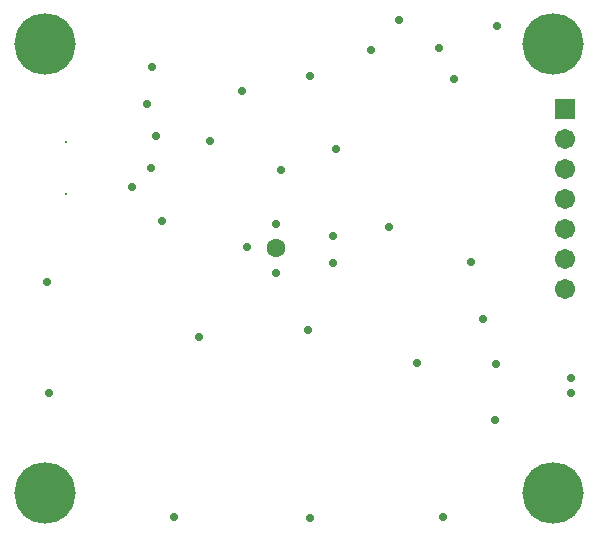
<source format=gbs>
%FSLAX43Y43*%
%MOMM*%
G71*
G01*
G75*
G04 Layer_Color=16711935*
G04:AMPARAMS|DCode=10|XSize=1mm|YSize=0.8mm|CornerRadius=0.12mm|HoleSize=0mm|Usage=FLASHONLY|Rotation=270.000|XOffset=0mm|YOffset=0mm|HoleType=Round|Shape=RoundedRectangle|*
%AMROUNDEDRECTD10*
21,1,1.000,0.560,0,0,270.0*
21,1,0.760,0.800,0,0,270.0*
1,1,0.240,-0.280,-0.380*
1,1,0.240,-0.280,0.380*
1,1,0.240,0.280,0.380*
1,1,0.240,0.280,-0.380*
%
%ADD10ROUNDEDRECTD10*%
G04:AMPARAMS|DCode=11|XSize=1mm|YSize=0.8mm|CornerRadius=0.12mm|HoleSize=0mm|Usage=FLASHONLY|Rotation=0.000|XOffset=0mm|YOffset=0mm|HoleType=Round|Shape=RoundedRectangle|*
%AMROUNDEDRECTD11*
21,1,1.000,0.560,0,0,0.0*
21,1,0.760,0.800,0,0,0.0*
1,1,0.240,0.380,-0.280*
1,1,0.240,-0.380,-0.280*
1,1,0.240,-0.380,0.280*
1,1,0.240,0.380,0.280*
%
%ADD11ROUNDEDRECTD11*%
%ADD12R,1.100X0.550*%
%ADD13R,0.550X1.100*%
G04:AMPARAMS|DCode=14|XSize=0.8mm|YSize=3mm|CornerRadius=0.08mm|HoleSize=0mm|Usage=FLASHONLY|Rotation=270.000|XOffset=0mm|YOffset=0mm|HoleType=Round|Shape=RoundedRectangle|*
%AMROUNDEDRECTD14*
21,1,0.800,2.840,0,0,270.0*
21,1,0.640,3.000,0,0,270.0*
1,1,0.160,-1.420,-0.320*
1,1,0.160,-1.420,0.320*
1,1,0.160,1.420,0.320*
1,1,0.160,1.420,-0.320*
%
%ADD14ROUNDEDRECTD14*%
%ADD15R,1.100X0.850*%
G04:AMPARAMS|DCode=16|XSize=2.1mm|YSize=3mm|CornerRadius=0.21mm|HoleSize=0mm|Usage=FLASHONLY|Rotation=270.000|XOffset=0mm|YOffset=0mm|HoleType=Round|Shape=RoundedRectangle|*
%AMROUNDEDRECTD16*
21,1,2.100,2.580,0,0,270.0*
21,1,1.680,3.000,0,0,270.0*
1,1,0.420,-1.290,-0.840*
1,1,0.420,-1.290,0.840*
1,1,0.420,1.290,0.840*
1,1,0.420,1.290,-0.840*
%
%ADD16ROUNDEDRECTD16*%
%ADD17R,3.000X0.800*%
G04:AMPARAMS|DCode=18|XSize=1.8mm|YSize=0.8mm|CornerRadius=0.08mm|HoleSize=0mm|Usage=FLASHONLY|Rotation=180.000|XOffset=0mm|YOffset=0mm|HoleType=Round|Shape=RoundedRectangle|*
%AMROUNDEDRECTD18*
21,1,1.800,0.640,0,0,180.0*
21,1,1.640,0.800,0,0,180.0*
1,1,0.160,-0.820,0.320*
1,1,0.160,0.820,0.320*
1,1,0.160,0.820,-0.320*
1,1,0.160,-0.820,-0.320*
%
%ADD18ROUNDEDRECTD18*%
%ADD19R,4.000X0.500*%
%ADD20R,3.500X2.700*%
%ADD21R,5.000X2.700*%
%ADD22C,0.300*%
%ADD23C,0.200*%
%ADD24C,0.500*%
%ADD25C,5.000*%
%ADD26C,1.500*%
%ADD27C,1.500*%
%ADD28R,1.500X1.500*%
%ADD29C,2.000*%
%ADD30C,0.900*%
%ADD31C,1.400*%
%ADD32C,0.254*%
%ADD33C,0.100*%
%ADD34C,0.152*%
%ADD35C,0.051*%
%ADD36C,0.150*%
%ADD37C,1.000*%
G04:AMPARAMS|DCode=38|XSize=1.203mm|YSize=1.003mm|CornerRadius=0.222mm|HoleSize=0mm|Usage=FLASHONLY|Rotation=270.000|XOffset=0mm|YOffset=0mm|HoleType=Round|Shape=RoundedRectangle|*
%AMROUNDEDRECTD38*
21,1,1.203,0.560,0,0,270.0*
21,1,0.760,1.003,0,0,270.0*
1,1,0.443,-0.280,-0.380*
1,1,0.443,-0.280,0.380*
1,1,0.443,0.280,0.380*
1,1,0.443,0.280,-0.380*
%
%ADD38ROUNDEDRECTD38*%
G04:AMPARAMS|DCode=39|XSize=1.203mm|YSize=1.003mm|CornerRadius=0.222mm|HoleSize=0mm|Usage=FLASHONLY|Rotation=0.000|XOffset=0mm|YOffset=0mm|HoleType=Round|Shape=RoundedRectangle|*
%AMROUNDEDRECTD39*
21,1,1.203,0.560,0,0,0.0*
21,1,0.760,1.003,0,0,0.0*
1,1,0.443,0.380,-0.280*
1,1,0.443,-0.380,-0.280*
1,1,0.443,-0.380,0.280*
1,1,0.443,0.380,0.280*
%
%ADD39ROUNDEDRECTD39*%
%ADD40R,1.303X0.753*%
%ADD41R,0.753X1.303*%
G04:AMPARAMS|DCode=42|XSize=1.003mm|YSize=3.203mm|CornerRadius=0.182mm|HoleSize=0mm|Usage=FLASHONLY|Rotation=270.000|XOffset=0mm|YOffset=0mm|HoleType=Round|Shape=RoundedRectangle|*
%AMROUNDEDRECTD42*
21,1,1.003,2.840,0,0,270.0*
21,1,0.640,3.203,0,0,270.0*
1,1,0.363,-1.420,-0.320*
1,1,0.363,-1.420,0.320*
1,1,0.363,1.420,0.320*
1,1,0.363,1.420,-0.320*
%
%ADD42ROUNDEDRECTD42*%
%ADD43R,1.303X1.053*%
G04:AMPARAMS|DCode=44|XSize=2.303mm|YSize=3.203mm|CornerRadius=0.312mm|HoleSize=0mm|Usage=FLASHONLY|Rotation=270.000|XOffset=0mm|YOffset=0mm|HoleType=Round|Shape=RoundedRectangle|*
%AMROUNDEDRECTD44*
21,1,2.303,2.580,0,0,270.0*
21,1,1.680,3.203,0,0,270.0*
1,1,0.623,-1.290,-0.840*
1,1,0.623,-1.290,0.840*
1,1,0.623,1.290,0.840*
1,1,0.623,1.290,-0.840*
%
%ADD44ROUNDEDRECTD44*%
%ADD45R,3.203X1.003*%
G04:AMPARAMS|DCode=46|XSize=2.003mm|YSize=1.003mm|CornerRadius=0.182mm|HoleSize=0mm|Usage=FLASHONLY|Rotation=180.000|XOffset=0mm|YOffset=0mm|HoleType=Round|Shape=RoundedRectangle|*
%AMROUNDEDRECTD46*
21,1,2.003,0.640,0,0,180.0*
21,1,1.640,1.003,0,0,180.0*
1,1,0.363,-0.820,0.320*
1,1,0.363,0.820,0.320*
1,1,0.363,0.820,-0.320*
1,1,0.363,-0.820,-0.320*
%
%ADD46ROUNDEDRECTD46*%
%ADD47R,4.203X0.703*%
%ADD48R,3.703X2.903*%
%ADD49R,5.203X2.903*%
%ADD50C,5.203*%
%ADD51C,1.703*%
%ADD52C,1.703*%
%ADD53R,1.703X1.703*%
%ADD54R,0.203X0.203*%
%ADD55C,2.203*%
%ADD56C,0.700*%
%ADD57C,1.603*%
D50*
X146500Y103500D02*
D03*
Y141500D02*
D03*
X103500Y103500D02*
D03*
Y141500D02*
D03*
D51*
X147500Y123300D02*
D03*
Y128380D02*
D03*
Y133460D02*
D03*
Y120760D02*
D03*
D52*
Y125840D02*
D03*
Y130920D02*
D03*
D53*
Y136000D02*
D03*
D54*
X105250Y128800D02*
D03*
Y133200D02*
D03*
D56*
X123100Y126200D02*
D03*
X112500Y131000D02*
D03*
X123500Y130800D02*
D03*
X127900Y125200D02*
D03*
Y122900D02*
D03*
X123100Y122100D02*
D03*
X110900Y129400D02*
D03*
X112900Y133700D02*
D03*
X117500Y133300D02*
D03*
X112600Y139500D02*
D03*
X135000Y114500D02*
D03*
X141700Y114400D02*
D03*
X120600Y124300D02*
D03*
X113400Y126500D02*
D03*
X131100Y141000D02*
D03*
X125900Y138800D02*
D03*
X133500Y143500D02*
D03*
X136900Y141100D02*
D03*
X141800Y143000D02*
D03*
X148000Y113200D02*
D03*
Y111900D02*
D03*
X138100Y138500D02*
D03*
X139600Y123000D02*
D03*
X140600Y118200D02*
D03*
X116500Y116700D02*
D03*
X112100Y136400D02*
D03*
X120200Y137500D02*
D03*
X128100Y132600D02*
D03*
X132600Y126000D02*
D03*
X125800Y117300D02*
D03*
X141600Y109600D02*
D03*
X103800Y111900D02*
D03*
X137200Y101400D02*
D03*
X125900Y101300D02*
D03*
X103700Y121300D02*
D03*
X114400Y101400D02*
D03*
D57*
X123100Y124200D02*
D03*
M02*

</source>
